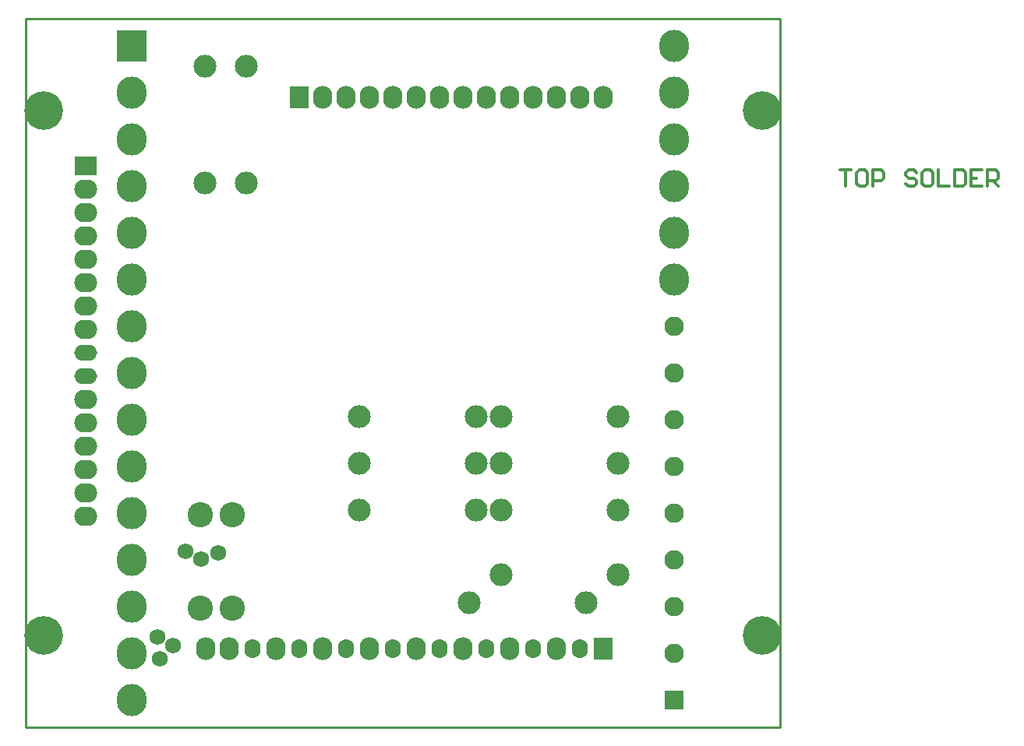
<source format=gts>
G04 Layer_Color=8388736*
%FSLAX25Y25*%
%MOIN*%
G70*
G01*
G75*
%ADD12C,0.01200*%
%ADD36C,0.01000*%
%ADD41C,0.10800*%
%ADD42C,0.06800*%
%ADD43R,0.08300X0.09800*%
%ADD44O,0.08300X0.09800*%
%ADD45R,0.09800X0.08300*%
%ADD46O,0.09800X0.08300*%
%ADD47O,0.09800X0.06800*%
%ADD48O,0.12800X0.13800*%
%ADD49R,0.12800X0.13800*%
%ADD50R,0.08300X0.08300*%
%ADD51C,0.08300*%
%ADD52C,0.16548*%
%ADD53O,0.06800X0.08300*%
%ADD54C,0.09800*%
D12*
X348561Y238497D02*
X353226D01*
X350893D01*
Y231499D01*
X359057Y238497D02*
X356725D01*
X355558Y237330D01*
Y232665D01*
X356725Y231499D01*
X359057D01*
X360224Y232665D01*
Y237330D01*
X359057Y238497D01*
X362556Y231499D02*
Y238497D01*
X366055D01*
X367221Y237330D01*
Y234998D01*
X366055Y233831D01*
X362556D01*
X381217Y237330D02*
X380050Y238497D01*
X377718D01*
X376552Y237330D01*
Y236164D01*
X377718Y234998D01*
X380050D01*
X381217Y233831D01*
Y232665D01*
X380050Y231499D01*
X377718D01*
X376552Y232665D01*
X387048Y238497D02*
X384716D01*
X383549Y237330D01*
Y232665D01*
X384716Y231499D01*
X387048D01*
X388214Y232665D01*
Y237330D01*
X387048Y238497D01*
X390547D02*
Y231499D01*
X395212D01*
X397545Y238497D02*
Y231499D01*
X401044D01*
X402210Y232665D01*
Y237330D01*
X401044Y238497D01*
X397545D01*
X409208D02*
X404542D01*
Y231499D01*
X409208D01*
X404542Y234998D02*
X406875D01*
X411540Y231499D02*
Y238497D01*
X415039D01*
X416206Y237330D01*
Y234998D01*
X415039Y233831D01*
X411540D01*
X413873D02*
X416206Y231499D01*
D36*
X322835Y0D02*
Y303150D01*
X0D02*
X322835D01*
X0Y0D02*
Y303150D01*
Y0D02*
X322835D01*
D41*
X74819Y91032D02*
D03*
Y51032D02*
D03*
X88519Y91032D02*
D03*
Y51032D02*
D03*
D42*
X82432Y74600D02*
D03*
X74932Y72000D02*
D03*
X68432Y75100D02*
D03*
X62932Y34800D02*
D03*
X57531Y29300D02*
D03*
X56432Y38600D02*
D03*
D43*
X117008Y269685D02*
D03*
X246929Y33465D02*
D03*
D44*
X127008Y269685D02*
D03*
X137008D02*
D03*
X147008D02*
D03*
X157008D02*
D03*
X167008D02*
D03*
X177008D02*
D03*
X187008D02*
D03*
X197008D02*
D03*
X207008D02*
D03*
X217008D02*
D03*
X227008D02*
D03*
X237008D02*
D03*
X247008D02*
D03*
X76929Y33465D02*
D03*
X86929D02*
D03*
X106929D02*
D03*
X126929D02*
D03*
X146929D02*
D03*
X166929D02*
D03*
X186929D02*
D03*
X206929D02*
D03*
X226929D02*
D03*
D45*
X25591Y240158D02*
D03*
D46*
Y230157D02*
D03*
Y220158D02*
D03*
Y210157D02*
D03*
Y200157D02*
D03*
Y190157D02*
D03*
Y180157D02*
D03*
Y170158D02*
D03*
Y140157D02*
D03*
Y130157D02*
D03*
Y120158D02*
D03*
Y110158D02*
D03*
Y100157D02*
D03*
Y90158D02*
D03*
D47*
Y160158D02*
D03*
Y150157D02*
D03*
D48*
X45276Y31575D02*
D03*
Y51575D02*
D03*
Y71575D02*
D03*
Y91575D02*
D03*
Y111575D02*
D03*
Y131575D02*
D03*
Y151575D02*
D03*
Y171575D02*
D03*
Y191575D02*
D03*
Y211575D02*
D03*
Y231575D02*
D03*
Y251575D02*
D03*
Y271575D02*
D03*
Y11575D02*
D03*
X277559Y291575D02*
D03*
Y191575D02*
D03*
Y211575D02*
D03*
Y231575D02*
D03*
Y251575D02*
D03*
Y271575D02*
D03*
D49*
X45276Y291575D02*
D03*
D50*
X277559Y11575D02*
D03*
D51*
Y31575D02*
D03*
Y51575D02*
D03*
Y71575D02*
D03*
Y91575D02*
D03*
Y111575D02*
D03*
Y131575D02*
D03*
Y151575D02*
D03*
Y171575D02*
D03*
D52*
X7874Y263779D02*
D03*
X314961D02*
D03*
Y39370D02*
D03*
X7874D02*
D03*
D53*
X96929Y33465D02*
D03*
X116929D02*
D03*
X136929D02*
D03*
X156929D02*
D03*
X176929D02*
D03*
X196929D02*
D03*
X216929D02*
D03*
X236929D02*
D03*
D54*
X203268Y132736D02*
D03*
X253268D02*
D03*
X203268Y112736D02*
D03*
X253268D02*
D03*
X142736D02*
D03*
X192736D02*
D03*
X203268Y92736D02*
D03*
X253268D02*
D03*
X142736D02*
D03*
X192736D02*
D03*
X142736Y132736D02*
D03*
X192736D02*
D03*
X189736Y53236D02*
D03*
X239736D02*
D03*
X203268Y65236D02*
D03*
X253268D02*
D03*
X94488Y282874D02*
D03*
Y232874D02*
D03*
X76772Y282874D02*
D03*
Y232874D02*
D03*
M02*

</source>
